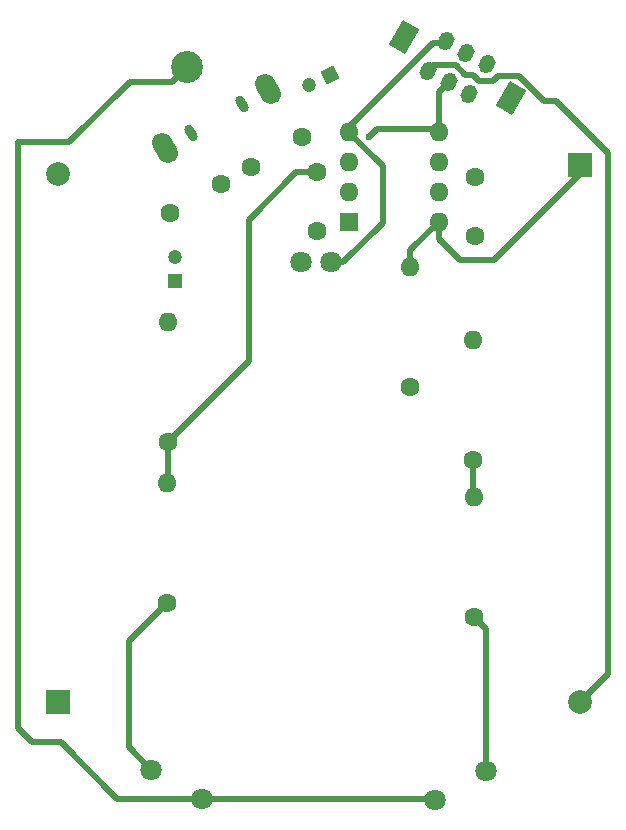
<source format=gbr>
%TF.GenerationSoftware,KiCad,Pcbnew,8.0.4*%
%TF.CreationDate,2024-10-02T18:02:59-07:00*%
%TF.ProjectId,EMFbadgeforMAKE-sizedfor3inchbagLCSCassembly,454d4662-6164-4676-9566-6f724d414b45,rev?*%
%TF.SameCoordinates,Original*%
%TF.FileFunction,Copper,L1,Top*%
%TF.FilePolarity,Positive*%
%FSLAX46Y46*%
G04 Gerber Fmt 4.6, Leading zero omitted, Abs format (unit mm)*
G04 Created by KiCad (PCBNEW 8.0.4) date 2024-10-02 18:02:59*
%MOMM*%
%LPD*%
G01*
G04 APERTURE LIST*
G04 Aperture macros list*
%AMHorizOval*
0 Thick line with rounded ends*
0 $1 width*
0 $2 $3 position (X,Y) of the first rounded end (center of the circle)*
0 $4 $5 position (X,Y) of the second rounded end (center of the circle)*
0 Add line between two ends*
20,1,$1,$2,$3,$4,$5,0*
0 Add two circle primitives to create the rounded ends*
1,1,$1,$2,$3*
1,1,$1,$4,$5*%
%AMRotRect*
0 Rectangle, with rotation*
0 The origin of the aperture is its center*
0 $1 length*
0 $2 width*
0 $3 Rotation angle, in degrees counterclockwise*
0 Add horizontal line*
21,1,$1,$2,0,0,$3*%
G04 Aperture macros list end*
%TA.AperFunction,ComponentPad*%
%ADD10HorizOval,1.700000X-0.250000X0.433013X0.250000X-0.433013X0*%
%TD*%
%TA.AperFunction,ComponentPad*%
%ADD11HorizOval,0.800000X-0.175000X0.303109X0.175000X-0.303109X0*%
%TD*%
%TA.AperFunction,ComponentPad*%
%ADD12C,2.700000*%
%TD*%
%TA.AperFunction,ComponentPad*%
%ADD13C,1.600000*%
%TD*%
%TA.AperFunction,ComponentPad*%
%ADD14O,1.600000X1.600000*%
%TD*%
%TA.AperFunction,ComponentPad*%
%ADD15RotRect,1.600000X2.400000X330.000000*%
%TD*%
%TA.AperFunction,ComponentPad*%
%ADD16HorizOval,1.300000X-0.075000X-0.129904X0.075000X0.129904X0*%
%TD*%
%TA.AperFunction,ComponentPad*%
%ADD17R,2.000000X2.000000*%
%TD*%
%TA.AperFunction,ComponentPad*%
%ADD18C,2.000000*%
%TD*%
%TA.AperFunction,ComponentPad*%
%ADD19C,1.800000*%
%TD*%
%TA.AperFunction,ComponentPad*%
%ADD20R,1.600000X1.600000*%
%TD*%
%TA.AperFunction,ComponentPad*%
%ADD21R,1.200000X1.200000*%
%TD*%
%TA.AperFunction,ComponentPad*%
%ADD22C,1.200000*%
%TD*%
%TA.AperFunction,ComponentPad*%
%ADD23RotRect,1.200000X1.200000X205.000000*%
%TD*%
%TA.AperFunction,ViaPad*%
%ADD24C,0.600000*%
%TD*%
%TA.AperFunction,Conductor*%
%ADD25C,0.500000*%
%TD*%
G04 APERTURE END LIST*
D10*
%TO.P,J1,R*%
%TO.N,Net-(C1-Pad2)*%
X148910000Y-87120127D03*
D11*
%TO.P,J1,RN*%
%TO.N,unconnected-(J1-PadRN)*%
X151075063Y-85870127D03*
D12*
%TO.P,J1,S*%
%TO.N,GND*%
X150740127Y-80290000D03*
D10*
%TO.P,J1,T*%
%TO.N,Net-(C2-Pad2)*%
X157570254Y-82120127D03*
D11*
%TO.P,J1,TN*%
%TO.N,unconnected-(J1-PadTN)*%
X155405191Y-83370127D03*
%TD*%
D13*
%TO.P,R4,1*%
%TO.N,Net-(U1B--)*%
X174975000Y-113570000D03*
D14*
%TO.P,R4,2*%
%TO.N,Net-(C2-Pad1)*%
X174975000Y-103410000D03*
%TD*%
D15*
%TO.P,SW1,*%
%TO.N,*%
X169153335Y-77715000D03*
X178160000Y-82915000D03*
D16*
%TO.P,SW1,1,A*%
%TO.N,Net-(AAA_Battery1--)*%
X171199617Y-80570736D03*
%TO.P,SW1,2,B*%
%TO.N,GND*%
X172931668Y-81570735D03*
%TO.P,SW1,3,C*%
%TO.N,unconnected-(SW1A-C-Pad3)*%
X174663718Y-82570736D03*
%TO.P,SW1,4,A*%
%TO.N,-VDC*%
X172649617Y-78059263D03*
%TO.P,SW1,5,B*%
%TO.N,Net-(AAA_Battery2--)*%
X174381668Y-79059263D03*
%TO.P,SW1,6,C*%
%TO.N,unconnected-(SW1B-C-Pad6)*%
X176113718Y-80059263D03*
%TD*%
D13*
%TO.P,R5,1*%
%TO.N,Net-(D1-A)*%
X169605960Y-107380047D03*
D14*
%TO.P,R5,2*%
%TO.N,+VDC*%
X169605960Y-97220047D03*
%TD*%
D17*
%TO.P,AAA_Battery1,1,+*%
%TO.N,+VDC*%
X184035000Y-88545000D03*
D18*
%TO.P,AAA_Battery1,2,-*%
%TO.N,Net-(AAA_Battery1--)*%
X184025000Y-134075000D03*
%TD*%
D19*
%TO.P,D1,1,K*%
%TO.N,-VDC*%
X162967187Y-96809411D03*
%TO.P,D1,2,A*%
%TO.N,Net-(D1-A)*%
X160427187Y-96809411D03*
%TD*%
D13*
%TO.P,C4,1*%
%TO.N,GND*%
X156169937Y-88710000D03*
%TO.P,C4,2*%
%TO.N,Net-(C2-Pad2)*%
X160500064Y-86210000D03*
%TD*%
%TO.P,C5,1*%
%TO.N,Net-(U1B--)*%
X175125036Y-89565067D03*
%TO.P,C5,2*%
%TO.N,Net-(C2-Pad1)*%
X175125036Y-94565067D03*
%TD*%
D20*
%TO.P,U1,1*%
%TO.N,Net-(C1-Pad1)*%
X164434452Y-93356797D03*
D14*
%TO.P,U1,2,-*%
%TO.N,Net-(U1A--)*%
X164434452Y-90816797D03*
%TO.P,U1,3,+*%
%TO.N,GND*%
X164434452Y-88276797D03*
%TO.P,U1,4,V-*%
%TO.N,-VDC*%
X164434452Y-85736797D03*
%TO.P,U1,5,+*%
%TO.N,GND*%
X172054452Y-85736797D03*
%TO.P,U1,6,-*%
%TO.N,Net-(U1B--)*%
X172054452Y-88276797D03*
%TO.P,U1,7*%
%TO.N,Net-(C2-Pad1)*%
X172054452Y-90816797D03*
%TO.P,U1,8,V+*%
%TO.N,+VDC*%
X172054452Y-93356797D03*
%TD*%
D19*
%TO.P,I2,1,1*%
%TO.N,GND*%
X152047121Y-142270000D03*
%TO.P,I2,2,2*%
%TO.N,Net-(I2-Pad2)*%
X147716994Y-139770000D03*
%TD*%
D13*
%TO.P,C6,1*%
%TO.N,Net-(U1A--)*%
X161741280Y-89187682D03*
%TO.P,C6,2*%
%TO.N,Net-(C1-Pad1)*%
X161741280Y-94187682D03*
%TD*%
%TO.P,R2,1*%
%TO.N,Net-(I1-Pad2)*%
X175053918Y-126828176D03*
D14*
%TO.P,R2,2*%
%TO.N,Net-(U1B--)*%
X175053918Y-116668176D03*
%TD*%
D21*
%TO.P,C1,1*%
%TO.N,Net-(C1-Pad1)*%
X149733240Y-98396541D03*
D22*
%TO.P,C1,2*%
%TO.N,Net-(C1-Pad2)*%
X149733240Y-96396541D03*
%TD*%
D13*
%TO.P,C3,1*%
%TO.N,GND*%
X153654836Y-90155181D03*
%TO.P,C3,2*%
%TO.N,Net-(C1-Pad2)*%
X149324709Y-92655181D03*
%TD*%
D19*
%TO.P,I1,1,1*%
%TO.N,GND*%
X171718005Y-142298909D03*
%TO.P,I1,2,2*%
%TO.N,Net-(I1-Pad2)*%
X176081792Y-139837210D03*
%TD*%
D13*
%TO.P,R3,1*%
%TO.N,Net-(U1A--)*%
X149135000Y-112010000D03*
D14*
%TO.P,R3,2*%
%TO.N,Net-(C1-Pad1)*%
X149135000Y-101850000D03*
%TD*%
D17*
%TO.P,AAA_Battery2,1,+*%
%TO.N,Net-(AAA_Battery1--)*%
X139859999Y-134065000D03*
D18*
%TO.P,AAA_Battery2,2,-*%
%TO.N,Net-(AAA_Battery2--)*%
X139860000Y-89365000D03*
%TD*%
D13*
%TO.P,R1,1*%
%TO.N,Net-(I2-Pad2)*%
X149048751Y-125637354D03*
D14*
%TO.P,R1,2*%
%TO.N,Net-(U1A--)*%
X149048751Y-115477354D03*
%TD*%
D23*
%TO.P,C2,1*%
%TO.N,Net-(C2-Pad1)*%
X162860931Y-80971115D03*
D22*
%TO.P,C2,2*%
%TO.N,Net-(C2-Pad2)*%
X161048315Y-81816352D03*
%TD*%
D24*
%TO.N,GND*%
X166127375Y-86232661D03*
%TD*%
D25*
%TO.N,GND*%
X171520997Y-142270000D02*
X144860799Y-142270000D01*
X149490127Y-81540000D02*
X150740127Y-80290000D01*
X144860799Y-142270000D02*
X140044483Y-137453684D01*
X136433167Y-136276301D02*
X136433167Y-86658010D01*
X140044483Y-137453684D02*
X137610550Y-137453684D01*
X137610550Y-137453684D02*
X136433167Y-136276301D01*
X136433167Y-86658010D02*
X140774223Y-86658010D01*
X140774223Y-86658010D02*
X145892233Y-81540000D01*
X145892233Y-81540000D02*
X149490127Y-81540000D01*
%TO.N,+VDC*%
X169605960Y-95805289D02*
X172054452Y-93356797D01*
X169605960Y-97220047D02*
X169605960Y-95805289D01*
X172054452Y-93356797D02*
X172054452Y-94834452D01*
X171755700Y-93109634D02*
X171807289Y-93109634D01*
X173860000Y-96640000D02*
X176710000Y-96640000D01*
X172054452Y-94834452D02*
X173860000Y-96640000D01*
X176710000Y-96640000D02*
X184035000Y-89315000D01*
%TO.N,-VDC*%
X167329545Y-88683479D02*
X164225723Y-85579657D01*
X171572912Y-78232468D02*
X172549617Y-78232468D01*
X163999108Y-96801598D02*
X167329545Y-93471161D01*
X164225723Y-85579657D02*
X171572912Y-78232468D01*
X162975000Y-96801598D02*
X163999108Y-96801598D01*
X167329545Y-93471161D02*
X167329545Y-88683479D01*
%TO.N,GND*%
X166870402Y-85489634D02*
X166127375Y-86232661D01*
X172054452Y-85736797D02*
X172054452Y-82395548D01*
X171755700Y-85489634D02*
X166870402Y-85489634D01*
X172054452Y-82395548D02*
X173031668Y-81418332D01*
X173031668Y-81418332D02*
X173031668Y-81397530D01*
%TO.N,Net-(U1A--)*%
X161741280Y-89187682D02*
X160001103Y-89187682D01*
X155966047Y-93222738D02*
X155966047Y-105178953D01*
X155966047Y-105178953D02*
X149135000Y-112010000D01*
X149135000Y-115391105D02*
X149048751Y-115477354D01*
X160001103Y-89187682D02*
X155966047Y-93222738D01*
X149135000Y-112010000D02*
X149135000Y-115391105D01*
%TO.N,Net-(U1B--)*%
X175385843Y-116649988D02*
X174935000Y-116199145D01*
X174935000Y-116199145D02*
X174935000Y-113923737D01*
X174935000Y-113923737D02*
X175306925Y-113551812D01*
%TO.N,Net-(I1-Pad2)*%
X176081792Y-127856050D02*
X175053918Y-126828176D01*
X176081792Y-140005309D02*
X176081792Y-127856050D01*
%TO.N,Net-(I2-Pad2)*%
X145801240Y-128884865D02*
X145801240Y-137854246D01*
X145801240Y-137854246D02*
X147716994Y-139770000D01*
X147716994Y-139770000D02*
X147716994Y-139859837D01*
X149048751Y-125637354D02*
X145801240Y-128884865D01*
%TO.N,Net-(AAA_Battery1--)*%
X174327415Y-80945440D02*
X173503597Y-80121622D01*
X177121607Y-81025771D02*
X176672662Y-81474716D01*
X180958369Y-83144923D02*
X178839217Y-81025771D01*
X184035000Y-134015000D02*
X186419056Y-131630944D01*
X182030889Y-83144923D02*
X180958369Y-83144923D01*
X176672662Y-81474716D02*
X175477485Y-81474716D01*
X173503597Y-80121622D02*
X171575526Y-80121622D01*
X186419056Y-87533090D02*
X182030889Y-83144923D01*
X171575526Y-80121622D02*
X171299617Y-80397531D01*
X186419056Y-131630944D02*
X186419056Y-87533090D01*
X178839217Y-81025771D02*
X177121607Y-81025771D01*
X174948209Y-80945440D02*
X174327415Y-80945440D01*
X171299617Y-80397531D02*
X171619878Y-80077270D01*
X175477485Y-81474716D02*
X174948209Y-80945440D01*
%TD*%
M02*

</source>
